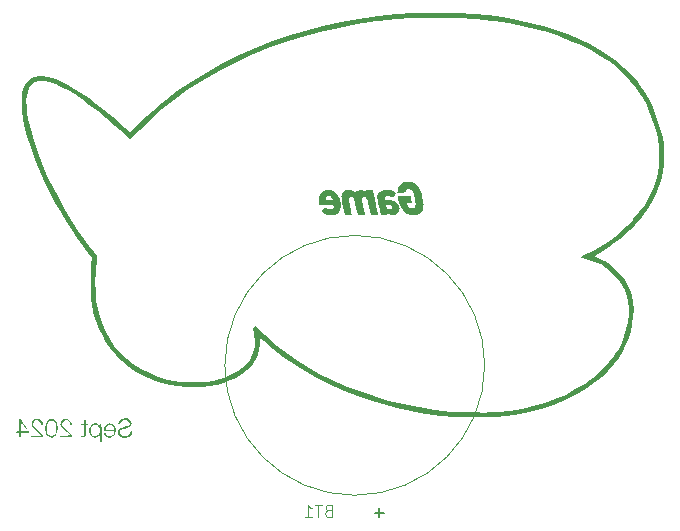
<source format=gbr>
G04 #@! TF.GenerationSoftware,KiCad,Pcbnew,8.0.4*
G04 #@! TF.CreationDate,2024-09-17T15:57:22+09:30*
G04 #@! TF.ProjectId,handheld game console,68616e64-6865-46c6-9420-67616d652063,0*
G04 #@! TF.SameCoordinates,Original*
G04 #@! TF.FileFunction,Legend,Bot*
G04 #@! TF.FilePolarity,Positive*
%FSLAX46Y46*%
G04 Gerber Fmt 4.6, Leading zero omitted, Abs format (unit mm)*
G04 Created by KiCad (PCBNEW 8.0.4) date 2024-09-17 15:57:22*
%MOMM*%
%LPD*%
G01*
G04 APERTURE LIST*
%ADD10C,0.100000*%
%ADD11C,0.150000*%
%ADD12C,0.000000*%
%ADD13O,1.700000X1.700000*%
%ADD14C,2.000000*%
%ADD15R,1.700000X1.700000*%
%ADD16C,1.600000*%
%ADD17O,1.600000X1.600000*%
%ADD18C,2.200000*%
G04 APERTURE END LIST*
D10*
X125224914Y-91212609D02*
X125082057Y-91260228D01*
X125082057Y-91260228D02*
X125034438Y-91307847D01*
X125034438Y-91307847D02*
X124986819Y-91403085D01*
X124986819Y-91403085D02*
X124986819Y-91545942D01*
X124986819Y-91545942D02*
X125034438Y-91641180D01*
X125034438Y-91641180D02*
X125082057Y-91688800D01*
X125082057Y-91688800D02*
X125177295Y-91736419D01*
X125177295Y-91736419D02*
X125558247Y-91736419D01*
X125558247Y-91736419D02*
X125558247Y-90736419D01*
X125558247Y-90736419D02*
X125224914Y-90736419D01*
X125224914Y-90736419D02*
X125129676Y-90784038D01*
X125129676Y-90784038D02*
X125082057Y-90831657D01*
X125082057Y-90831657D02*
X125034438Y-90926895D01*
X125034438Y-90926895D02*
X125034438Y-91022133D01*
X125034438Y-91022133D02*
X125082057Y-91117371D01*
X125082057Y-91117371D02*
X125129676Y-91164990D01*
X125129676Y-91164990D02*
X125224914Y-91212609D01*
X125224914Y-91212609D02*
X125558247Y-91212609D01*
X124701104Y-90736419D02*
X124129676Y-90736419D01*
X124415390Y-91736419D02*
X124415390Y-90736419D01*
X123272533Y-91736419D02*
X123843961Y-91736419D01*
X123558247Y-91736419D02*
X123558247Y-90736419D01*
X123558247Y-90736419D02*
X123653485Y-90879276D01*
X123653485Y-90879276D02*
X123748723Y-90974514D01*
X123748723Y-90974514D02*
X123843961Y-91022133D01*
D11*
X129573866Y-91050248D02*
X129573866Y-91812153D01*
X129954819Y-91431200D02*
X129192914Y-91431200D01*
D12*
G36*
X106066615Y-84658679D02*
G01*
X106069156Y-84868805D01*
X106070789Y-85075476D01*
X106069956Y-85225118D01*
X106065899Y-85326928D01*
X106057861Y-85390103D01*
X106045085Y-85423840D01*
X106026813Y-85437338D01*
X106002288Y-85439794D01*
X105980161Y-85438364D01*
X105951925Y-85422543D01*
X105936241Y-85377201D01*
X105929487Y-85287680D01*
X105928040Y-85139320D01*
X105928040Y-84838845D01*
X105841337Y-84920299D01*
X105809873Y-84947473D01*
X105654633Y-85029323D01*
X105487525Y-85049254D01*
X105325283Y-85010566D01*
X105184637Y-84916561D01*
X105082319Y-84770540D01*
X105068487Y-84736947D01*
X105027280Y-84589404D01*
X105010697Y-84447319D01*
X105012046Y-84412400D01*
X105015770Y-84389771D01*
X105161448Y-84389771D01*
X105166254Y-84561233D01*
X105208141Y-84721228D01*
X105212766Y-84731813D01*
X105270220Y-84825372D01*
X105334379Y-84885460D01*
X105343469Y-84890069D01*
X105474235Y-84922076D01*
X105619375Y-84913151D01*
X105739953Y-84865236D01*
X105742900Y-84863145D01*
X105841105Y-84753298D01*
X105901923Y-84604910D01*
X105924846Y-84438034D01*
X105909367Y-84272724D01*
X105854978Y-84129036D01*
X105761171Y-84027024D01*
X105735804Y-84012707D01*
X105605459Y-83976320D01*
X105458506Y-83974593D01*
X105334379Y-84009178D01*
X105333506Y-84009648D01*
X105248674Y-84093672D01*
X105190121Y-84227149D01*
X105161448Y-84389771D01*
X105015770Y-84389771D01*
X105036618Y-84263092D01*
X105082319Y-84124098D01*
X105125256Y-84043057D01*
X105203907Y-83957671D01*
X105325965Y-83890195D01*
X105335135Y-83886160D01*
X105449125Y-83843563D01*
X105537007Y-83834415D01*
X105633513Y-83854705D01*
X105646206Y-83858744D01*
X105756010Y-83909720D01*
X105839033Y-83972653D01*
X105909028Y-84049997D01*
X105929381Y-83963781D01*
X105954703Y-83908830D01*
X106003214Y-83877565D01*
X106014021Y-83880623D01*
X106029804Y-83904555D01*
X106041860Y-83959432D01*
X106050877Y-84053769D01*
X106057548Y-84196080D01*
X106062564Y-84394878D01*
X106063227Y-84438034D01*
X106066615Y-84658679D01*
G37*
G36*
X108224221Y-83432141D02*
G01*
X108379874Y-83490114D01*
X108474763Y-83565494D01*
X108564027Y-83696769D01*
X108598578Y-83842148D01*
X108575373Y-83984779D01*
X108491370Y-84107806D01*
X108461024Y-84129286D01*
X108360496Y-84178270D01*
X108220005Y-84231946D01*
X108060023Y-84282046D01*
X107970125Y-84308471D01*
X107823003Y-84357507D01*
X107708721Y-84402954D01*
X107646492Y-84437585D01*
X107628782Y-84455616D01*
X107582509Y-84557360D01*
X107593327Y-84673028D01*
X107655982Y-84783501D01*
X107765221Y-84869659D01*
X107775731Y-84874921D01*
X107931273Y-84920162D01*
X108094112Y-84918155D01*
X108248381Y-84875406D01*
X108378216Y-84798425D01*
X108467752Y-84693718D01*
X108501123Y-84567794D01*
X108515155Y-84507812D01*
X108574639Y-84484077D01*
X108612711Y-84494782D01*
X108646299Y-84554279D01*
X108640915Y-84652359D01*
X108595442Y-84773457D01*
X108579821Y-84802298D01*
X108505266Y-84901374D01*
X108403329Y-84968942D01*
X108250953Y-85021613D01*
X108105316Y-85047842D01*
X107910241Y-85044962D01*
X107731364Y-85002835D01*
X107586312Y-84926157D01*
X107492710Y-84819623D01*
X107492536Y-84819285D01*
X107451988Y-84701582D01*
X107435131Y-84574971D01*
X107438863Y-84519240D01*
X107480960Y-84402873D01*
X107575478Y-84307649D01*
X107729410Y-84227900D01*
X107949748Y-84157961D01*
X108001437Y-84144179D01*
X108150219Y-84101680D01*
X108272520Y-84062784D01*
X108345892Y-84034487D01*
X108368285Y-84021831D01*
X108441011Y-83940697D01*
X108457678Y-83838531D01*
X108422740Y-83731375D01*
X108340652Y-83635268D01*
X108215868Y-83566253D01*
X108099853Y-83539497D01*
X107928611Y-83551631D01*
X107782367Y-83625991D01*
X107674061Y-83758001D01*
X107667766Y-83769303D01*
X107607687Y-83846499D01*
X107543630Y-83892099D01*
X107492671Y-83897864D01*
X107471890Y-83855551D01*
X107478242Y-83809770D01*
X107530162Y-83695104D01*
X107619057Y-83582343D01*
X107726345Y-83497623D01*
X107851832Y-83446596D01*
X108038557Y-83417746D01*
X108224221Y-83432141D01*
G37*
G36*
X107268720Y-84480375D02*
G01*
X107238227Y-84661323D01*
X107165353Y-84823878D01*
X107051558Y-84953192D01*
X106898301Y-85034419D01*
X106862189Y-85043649D01*
X106695495Y-85049347D01*
X106533826Y-85004041D01*
X106398569Y-84916443D01*
X106311107Y-84795262D01*
X106279900Y-84718504D01*
X106263522Y-84658188D01*
X106280253Y-84634939D01*
X106332382Y-84631111D01*
X106375257Y-84640581D01*
X106405898Y-84681236D01*
X106406772Y-84688829D01*
X106438852Y-84751770D01*
X106502807Y-84828269D01*
X106579108Y-84886762D01*
X106719352Y-84929106D01*
X106864297Y-84905973D01*
X106996859Y-84817730D01*
X107019119Y-84794276D01*
X107079904Y-84714501D01*
X107104307Y-84655324D01*
X107106345Y-84627124D01*
X107126618Y-84542221D01*
X107128978Y-84534934D01*
X107124740Y-84512577D01*
X107091150Y-84497831D01*
X107017171Y-84489178D01*
X106891766Y-84485099D01*
X106703898Y-84484077D01*
X106258865Y-84484077D01*
X106258922Y-84364613D01*
X106258923Y-84363975D01*
X106275204Y-84279079D01*
X106405898Y-84279079D01*
X106405898Y-84373802D01*
X106770916Y-84373802D01*
X107135933Y-84373802D01*
X107102388Y-84254338D01*
X107099734Y-84245237D01*
X107025585Y-84102750D01*
X106914003Y-84009894D01*
X106780857Y-83971448D01*
X106642015Y-83992193D01*
X106513346Y-84076908D01*
X106507517Y-84082850D01*
X106434192Y-84184120D01*
X106405898Y-84279079D01*
X106275204Y-84279079D01*
X106290162Y-84201085D01*
X106371892Y-84042109D01*
X106487197Y-83919999D01*
X106568066Y-83878478D01*
X106719276Y-83848943D01*
X106877408Y-83858778D01*
X107009001Y-83908709D01*
X107091308Y-83975626D01*
X107196720Y-84122680D01*
X107255371Y-84295878D01*
X107261009Y-84373802D01*
X107268720Y-84480375D01*
G37*
G36*
X102356129Y-84360755D02*
G01*
X102320955Y-84609267D01*
X102243885Y-84807496D01*
X102126939Y-84950808D01*
X101972135Y-85034566D01*
X101843698Y-85054921D01*
X101670322Y-85024094D01*
X101514886Y-84929253D01*
X101389754Y-84775890D01*
X101363135Y-84718467D01*
X101322893Y-84560670D01*
X101301513Y-84366807D01*
X101300429Y-84239121D01*
X101443525Y-84239121D01*
X101443593Y-84264398D01*
X101452110Y-84472194D01*
X101477974Y-84626407D01*
X101525603Y-84744134D01*
X101599414Y-84842471D01*
X101627199Y-84868377D01*
X101745305Y-84923762D01*
X101876634Y-84922385D01*
X102003911Y-84870342D01*
X102109864Y-84773725D01*
X102177220Y-84638628D01*
X102187104Y-84596890D01*
X102208235Y-84428027D01*
X102213412Y-84230898D01*
X102202684Y-84038635D01*
X102176100Y-83884368D01*
X102165006Y-83848484D01*
X102084629Y-83698137D01*
X101971223Y-83604996D01*
X101834546Y-83574464D01*
X101684353Y-83611948D01*
X101661995Y-83623408D01*
X101560822Y-83706258D01*
X101493171Y-83830021D01*
X101455315Y-84004405D01*
X101443525Y-84239121D01*
X101300429Y-84239121D01*
X101299762Y-84160493D01*
X101318408Y-83965342D01*
X101358217Y-83804967D01*
X101401046Y-83711680D01*
X101519711Y-83563686D01*
X101672680Y-83477942D01*
X101851835Y-83457947D01*
X102049052Y-83507201D01*
X102140183Y-83563111D01*
X102247174Y-83699657D01*
X102318964Y-83898111D01*
X102354565Y-84156376D01*
X102355135Y-84230898D01*
X102356129Y-84360755D01*
G37*
G36*
X104644931Y-83528387D02*
G01*
X104689518Y-83540845D01*
X104710054Y-83588897D01*
X104715016Y-83691332D01*
X104715353Y-83733880D01*
X104723860Y-83815162D01*
X104753293Y-83852012D01*
X104816101Y-83865934D01*
X104884287Y-83886549D01*
X104917186Y-83932702D01*
X104893776Y-83972588D01*
X104816101Y-83999471D01*
X104715016Y-84011102D01*
X104715016Y-84466055D01*
X104714671Y-84607305D01*
X104711944Y-84754605D01*
X104704625Y-84851683D01*
X104690534Y-84912202D01*
X104667493Y-84949829D01*
X104633320Y-84978230D01*
X104546828Y-85021577D01*
X104450295Y-85036766D01*
X104376709Y-85016480D01*
X104347432Y-84961935D01*
X104348570Y-84942958D01*
X104376990Y-84899972D01*
X104457707Y-84888419D01*
X104567982Y-84888419D01*
X104567982Y-84447319D01*
X104567982Y-84006219D01*
X104457707Y-84006219D01*
X104429241Y-84005461D01*
X104364762Y-83986514D01*
X104347432Y-83932702D01*
X104348570Y-83913725D01*
X104376990Y-83870739D01*
X104457707Y-83859186D01*
X104499310Y-83858251D01*
X104546328Y-83843663D01*
X104564786Y-83795488D01*
X104567982Y-83693773D01*
X104568010Y-83681890D01*
X104573832Y-83584124D01*
X104595557Y-83539184D01*
X104641499Y-83528361D01*
X104644931Y-83528387D01*
G37*
G36*
X103206454Y-83477650D02*
G01*
X103311222Y-83527120D01*
X103315492Y-83529846D01*
X103403890Y-83608372D01*
X103473807Y-83708696D01*
X103520072Y-83814730D01*
X103537512Y-83910388D01*
X103520956Y-83979580D01*
X103465233Y-84006219D01*
X103451328Y-84005636D01*
X103404510Y-83979376D01*
X103391716Y-83900901D01*
X103364699Y-83774317D01*
X103283352Y-83665633D01*
X103164235Y-83597294D01*
X103024171Y-83578580D01*
X102879986Y-83618764D01*
X102780293Y-83696357D01*
X102713821Y-83824460D01*
X102712978Y-83975340D01*
X102744582Y-84044500D01*
X102844787Y-84164359D01*
X103010555Y-84314199D01*
X103241268Y-84493412D01*
X103245627Y-84496632D01*
X103407812Y-84635382D01*
X103509552Y-84770821D01*
X103561513Y-84917056D01*
X103585125Y-85037589D01*
X103075346Y-85027331D01*
X102943869Y-85024371D01*
X102777681Y-85018531D01*
X102666870Y-85010157D01*
X102600109Y-84997656D01*
X102566077Y-84979433D01*
X102553447Y-84953897D01*
X102552105Y-84942486D01*
X102561487Y-84919106D01*
X102598541Y-84903135D01*
X102674730Y-84892642D01*
X102801514Y-84885700D01*
X102990353Y-84880380D01*
X103439378Y-84870040D01*
X103334122Y-84745059D01*
X103279844Y-84688437D01*
X103164115Y-84588684D01*
X103039316Y-84498826D01*
X102925414Y-84421406D01*
X102737992Y-84261210D01*
X102620448Y-84102284D01*
X102570520Y-83941005D01*
X102585940Y-83773750D01*
X102595746Y-83741919D01*
X102678584Y-83597391D01*
X102811339Y-83505666D01*
X102996281Y-83465035D01*
X103087111Y-83461628D01*
X103206454Y-83477650D01*
G37*
G36*
X100736782Y-83480252D02*
G01*
X100897438Y-83555720D01*
X101009212Y-83682264D01*
X101065128Y-83853429D01*
X101068262Y-83877545D01*
X101073593Y-83962243D01*
X101055762Y-83998528D01*
X101007265Y-84006219D01*
X100987381Y-84005238D01*
X100941075Y-83978636D01*
X100928909Y-83900901D01*
X100928338Y-83884655D01*
X100888623Y-83757028D01*
X100801182Y-83648438D01*
X100686860Y-83586000D01*
X100610240Y-83578616D01*
X100485696Y-83598849D01*
X100373380Y-83646892D01*
X100303735Y-83712680D01*
X100298185Y-83723756D01*
X100268385Y-83857979D01*
X100284683Y-84005692D01*
X100343563Y-84130068D01*
X100381382Y-84171548D01*
X100479082Y-84258513D01*
X100591681Y-84342525D01*
X100805321Y-84501907D01*
X100974018Y-84666319D01*
X101077512Y-84820627D01*
X101112700Y-84961147D01*
X101112617Y-84969007D01*
X101107431Y-84997041D01*
X101085900Y-85015752D01*
X101036593Y-85026635D01*
X100948083Y-85031190D01*
X100808938Y-85030912D01*
X100607730Y-85027300D01*
X100472875Y-85024240D01*
X100309357Y-85018405D01*
X100200788Y-85009987D01*
X100135732Y-84997336D01*
X100102754Y-84978805D01*
X100090418Y-84952746D01*
X100088864Y-84939486D01*
X100098088Y-84916487D01*
X100134395Y-84901612D01*
X100209391Y-84893129D01*
X100334681Y-84889308D01*
X100521872Y-84888419D01*
X100528625Y-84888417D01*
X100698588Y-84886782D01*
X100837524Y-84882541D01*
X100931271Y-84876320D01*
X100965667Y-84868746D01*
X100950885Y-84822556D01*
X100882511Y-84734167D01*
X100769061Y-84630939D01*
X100622234Y-84524596D01*
X100490584Y-84435247D01*
X100328892Y-84307004D01*
X100220770Y-84188197D01*
X100157105Y-84067948D01*
X100128789Y-83935379D01*
X100129998Y-83804060D01*
X100181879Y-83646754D01*
X100288451Y-83534403D01*
X100444383Y-83471882D01*
X100644344Y-83464064D01*
X100736782Y-83480252D01*
G37*
G36*
X99919309Y-84525716D02*
G01*
X99932963Y-84558601D01*
X99936434Y-84580934D01*
X99936316Y-84583449D01*
X99916762Y-84606512D01*
X99856200Y-84621161D01*
X99743829Y-84628869D01*
X99568851Y-84631111D01*
X99201267Y-84631111D01*
X99201267Y-84835977D01*
X99200660Y-84899575D01*
X99193477Y-84987717D01*
X99173978Y-85025516D01*
X99136940Y-85028614D01*
X99099457Y-85007280D01*
X99074450Y-84944076D01*
X99061503Y-84823747D01*
X99054356Y-84726015D01*
X99038981Y-84660965D01*
X99005363Y-84635493D01*
X98942038Y-84631111D01*
X98866468Y-84619802D01*
X98833684Y-84575973D01*
X98856146Y-84537401D01*
X98942950Y-84520836D01*
X99052216Y-84520836D01*
X99062414Y-83997489D01*
X99063615Y-83940393D01*
X99201070Y-83940393D01*
X99201267Y-84108617D01*
X99201267Y-84520836D01*
X99498076Y-84520836D01*
X99794884Y-84520836D01*
X99547947Y-84162442D01*
X99494992Y-84085434D01*
X99379917Y-83919027D01*
X99299532Y-83810795D01*
X99247646Y-83759776D01*
X99218068Y-83765011D01*
X99204607Y-83825537D01*
X99201070Y-83940393D01*
X99063615Y-83940393D01*
X99063966Y-83923679D01*
X99071659Y-83707475D01*
X99086252Y-83561418D01*
X99112351Y-83482883D01*
X99154562Y-83469247D01*
X99217490Y-83517883D01*
X99305740Y-83626169D01*
X99423918Y-83791478D01*
X99528194Y-83941000D01*
X99665664Y-84138938D01*
X99768651Y-84288892D01*
X99842014Y-84398348D01*
X99890613Y-84474794D01*
X99916559Y-84520836D01*
X99919309Y-84525716D01*
G37*
G36*
X153688390Y-61516483D02*
G01*
X153671312Y-61860050D01*
X153644827Y-62171756D01*
X153609243Y-62432069D01*
X153480167Y-63045163D01*
X153270459Y-63758795D01*
X152999893Y-64445424D01*
X152665946Y-65109977D01*
X152266092Y-65757380D01*
X151797808Y-66392561D01*
X151258570Y-67020447D01*
X151205465Y-67077592D01*
X150830275Y-67454184D01*
X150405223Y-67840720D01*
X149945477Y-68225386D01*
X149466203Y-68596371D01*
X148982570Y-68941865D01*
X148509743Y-69250055D01*
X148062890Y-69509129D01*
X148021589Y-69531557D01*
X147906918Y-69596460D01*
X147826790Y-69645856D01*
X147796512Y-69670474D01*
X147797282Y-69672282D01*
X147837515Y-69697449D01*
X147926724Y-69740144D01*
X148048087Y-69792227D01*
X148120158Y-69823712D01*
X148285915Y-69904173D01*
X148470364Y-70001338D01*
X148645290Y-70100633D01*
X148648986Y-70102831D01*
X149170368Y-70449907D01*
X149634288Y-70835603D01*
X150038400Y-71257169D01*
X150380361Y-71711854D01*
X150657827Y-72196907D01*
X150868453Y-72709577D01*
X150965702Y-73044044D01*
X151068625Y-73601017D01*
X151109784Y-74188844D01*
X151089440Y-74802412D01*
X151007854Y-75436611D01*
X150865287Y-76086328D01*
X150662001Y-76746451D01*
X150497443Y-77159881D01*
X150208063Y-77730141D01*
X149850887Y-78292497D01*
X149429237Y-78843056D01*
X148946430Y-79377923D01*
X148405788Y-79893203D01*
X147810631Y-80385001D01*
X147164278Y-80849424D01*
X147150902Y-80858374D01*
X146321870Y-81368316D01*
X145447280Y-81820940D01*
X144527904Y-82216006D01*
X143564513Y-82553270D01*
X142557877Y-82832492D01*
X141508769Y-83053429D01*
X140417958Y-83215840D01*
X139286217Y-83319483D01*
X139164509Y-83325208D01*
X138960316Y-83330643D01*
X138705078Y-83334511D01*
X138411073Y-83336859D01*
X138090583Y-83337737D01*
X137755888Y-83337194D01*
X137419268Y-83335280D01*
X137093004Y-83332044D01*
X136789376Y-83327535D01*
X136520665Y-83321802D01*
X136299151Y-83314894D01*
X136137115Y-83306861D01*
X136016110Y-83298511D01*
X134763714Y-83182642D01*
X133516838Y-83014467D01*
X132279957Y-82795754D01*
X131057543Y-82528269D01*
X129854070Y-82213780D01*
X128674013Y-81854052D01*
X127521845Y-81450853D01*
X126402039Y-81005950D01*
X125319069Y-80521110D01*
X124277408Y-79998100D01*
X123281531Y-79438686D01*
X122335911Y-78844636D01*
X121445022Y-78217715D01*
X120613337Y-77559692D01*
X119845330Y-76872334D01*
X119455102Y-76499761D01*
X119454845Y-76935552D01*
X119448629Y-77161342D01*
X119394045Y-77609539D01*
X119280247Y-78024323D01*
X119103665Y-78414438D01*
X118860726Y-78788627D01*
X118547859Y-79155631D01*
X118357082Y-79342097D01*
X117943007Y-79673558D01*
X117475525Y-79964554D01*
X116960544Y-80214070D01*
X116403976Y-80421088D01*
X115811730Y-80584592D01*
X115189717Y-80703567D01*
X114543846Y-80776996D01*
X113880028Y-80803862D01*
X113204172Y-80783150D01*
X112522190Y-80713843D01*
X111839990Y-80594926D01*
X111163484Y-80425381D01*
X111156157Y-80423248D01*
X110396310Y-80166337D01*
X109676865Y-79851072D01*
X109000319Y-79479312D01*
X108369165Y-79052916D01*
X107785901Y-78573743D01*
X107253019Y-78043652D01*
X106773017Y-77464503D01*
X106348390Y-76838153D01*
X106149769Y-76490470D01*
X105842762Y-75844777D01*
X105584705Y-75148741D01*
X105377030Y-74406451D01*
X105221171Y-73621993D01*
X105198480Y-73474584D01*
X105178719Y-73324737D01*
X105163723Y-73175404D01*
X105152858Y-73014246D01*
X105145490Y-72828927D01*
X105140985Y-72607109D01*
X105138709Y-72336454D01*
X105138027Y-72004627D01*
X105138070Y-71909807D01*
X105139894Y-71550554D01*
X105144765Y-71248953D01*
X105153209Y-70992209D01*
X105165747Y-70767522D01*
X105182905Y-70562096D01*
X105205205Y-70363134D01*
X105272674Y-69824390D01*
X105044546Y-69554451D01*
X104921647Y-69407038D01*
X104460207Y-68819947D01*
X103990822Y-68172348D01*
X103518912Y-67473287D01*
X103049902Y-66731809D01*
X102589214Y-65956961D01*
X102142272Y-65157787D01*
X101714498Y-64343334D01*
X101311314Y-63522647D01*
X100938145Y-62704772D01*
X100784114Y-62347513D01*
X100449885Y-61526992D01*
X100156528Y-60738687D01*
X99904565Y-59985105D01*
X99694516Y-59268752D01*
X99526902Y-58592135D01*
X99402246Y-57957760D01*
X99321067Y-57368133D01*
X99283888Y-56825761D01*
X99287819Y-56561930D01*
X99698273Y-56561930D01*
X99709780Y-57018521D01*
X99759336Y-57521082D01*
X99846455Y-58066822D01*
X99970651Y-58652952D01*
X100131436Y-59276684D01*
X100328326Y-59935226D01*
X100560833Y-60625790D01*
X100828472Y-61345587D01*
X101130757Y-62091827D01*
X101467200Y-62861719D01*
X101552725Y-63048951D01*
X101930882Y-63839673D01*
X102334461Y-64628197D01*
X102758176Y-65405852D01*
X103196744Y-66163969D01*
X103644878Y-66893877D01*
X104097294Y-67586906D01*
X104548706Y-68234388D01*
X104993829Y-68827652D01*
X105427379Y-69358028D01*
X105711491Y-69688853D01*
X105690694Y-69872645D01*
X105690496Y-69874387D01*
X105677512Y-69984086D01*
X105657809Y-70144865D01*
X105634028Y-70335382D01*
X105608812Y-70534294D01*
X105601418Y-70595444D01*
X105573067Y-70913520D01*
X105554047Y-71278470D01*
X105544238Y-71673165D01*
X105543522Y-72080477D01*
X105551782Y-72483279D01*
X105568899Y-72864442D01*
X105594755Y-73206838D01*
X105629232Y-73493339D01*
X105749808Y-74151516D01*
X105928964Y-74852167D01*
X106155501Y-75506873D01*
X106432589Y-76123511D01*
X106763400Y-76709960D01*
X107151107Y-77274101D01*
X107229886Y-77376877D01*
X107685620Y-77901115D01*
X108196071Y-78381663D01*
X108755921Y-78816247D01*
X109359851Y-79202590D01*
X110002542Y-79538417D01*
X110678678Y-79821452D01*
X111382939Y-80049419D01*
X112110006Y-80220043D01*
X112854563Y-80331049D01*
X113611290Y-80380160D01*
X114374869Y-80365100D01*
X114886245Y-80318562D01*
X115510145Y-80219274D01*
X116094926Y-80077327D01*
X116637245Y-79894702D01*
X117133762Y-79673382D01*
X117581132Y-79415348D01*
X117976015Y-79122583D01*
X118315067Y-78797068D01*
X118594947Y-78440786D01*
X118812311Y-78055718D01*
X118963819Y-77643847D01*
X118969407Y-77622920D01*
X119014574Y-77362992D01*
X119032003Y-77059450D01*
X119023054Y-76734130D01*
X118989092Y-76408869D01*
X118931480Y-76105504D01*
X118851580Y-75845872D01*
X118849557Y-75823555D01*
X118890886Y-75766955D01*
X118998588Y-75695543D01*
X119167267Y-75600351D01*
X119816612Y-76250763D01*
X119897182Y-76330909D01*
X120113952Y-76542011D01*
X120337902Y-76754520D01*
X120554454Y-76954879D01*
X120749032Y-77129529D01*
X120907056Y-77264912D01*
X121464941Y-77707622D01*
X122410153Y-78387378D01*
X123411679Y-79026597D01*
X124465447Y-79623737D01*
X125567389Y-80177254D01*
X126713434Y-80685602D01*
X127899512Y-81147240D01*
X129121553Y-81560621D01*
X130375488Y-81924204D01*
X131657247Y-82236443D01*
X132962759Y-82495794D01*
X134287955Y-82700715D01*
X135628764Y-82849660D01*
X135694194Y-82855033D01*
X135912591Y-82868905D01*
X136184768Y-82881907D01*
X136498003Y-82893781D01*
X136839575Y-82904268D01*
X137196761Y-82913111D01*
X137556842Y-82920051D01*
X137907094Y-82924830D01*
X138234796Y-82927190D01*
X138527228Y-82926873D01*
X138771667Y-82923620D01*
X138955392Y-82917174D01*
X139517227Y-82879832D01*
X140602884Y-82766650D01*
X141639323Y-82601503D01*
X142629188Y-82383585D01*
X143575124Y-82112092D01*
X144479775Y-81786217D01*
X145345786Y-81405153D01*
X146175801Y-80968097D01*
X146972465Y-80474241D01*
X147124940Y-80370097D01*
X147651854Y-79977217D01*
X148155096Y-79551433D01*
X148625018Y-79102380D01*
X149051972Y-78639694D01*
X149426311Y-78173010D01*
X149738384Y-77711964D01*
X149832947Y-77550781D01*
X150101306Y-77012967D01*
X150324355Y-76436873D01*
X150498277Y-75837250D01*
X150619256Y-75228848D01*
X150683477Y-74626419D01*
X150687123Y-74044714D01*
X150642978Y-73572304D01*
X150537770Y-73054672D01*
X150372366Y-72573843D01*
X150143932Y-72123312D01*
X149849638Y-71696571D01*
X149486651Y-71287117D01*
X149126383Y-70952019D01*
X148733980Y-70651094D01*
X148312861Y-70392791D01*
X147852506Y-70171411D01*
X147342397Y-69981257D01*
X146772014Y-69816630D01*
X146723691Y-69803195D01*
X146650957Y-69776341D01*
X146630617Y-69757381D01*
X146632421Y-69755968D01*
X146679787Y-69730491D01*
X146778907Y-69681885D01*
X146916565Y-69616527D01*
X147079544Y-69540794D01*
X147657548Y-69251663D01*
X148280664Y-68891778D01*
X148898761Y-68487836D01*
X149498189Y-68049843D01*
X150065296Y-67587808D01*
X150586433Y-67111737D01*
X151047947Y-66631637D01*
X151090251Y-66583969D01*
X151601630Y-65961384D01*
X152042339Y-65330917D01*
X152414977Y-64687620D01*
X152722146Y-64026543D01*
X152966447Y-63342738D01*
X153150482Y-62631255D01*
X153162218Y-62575810D01*
X153190599Y-62435504D01*
X153212285Y-62310901D01*
X153228162Y-62189256D01*
X153239118Y-62057823D01*
X153246037Y-61903856D01*
X153249806Y-61714610D01*
X153251312Y-61477341D01*
X153251441Y-61179302D01*
X153251418Y-61153343D01*
X153250630Y-60857162D01*
X153248309Y-60620321D01*
X153243572Y-60429668D01*
X153235536Y-60272053D01*
X153223318Y-60134326D01*
X153206037Y-60003337D01*
X153182808Y-59865934D01*
X153152750Y-59708969D01*
X152996909Y-59041331D01*
X152779304Y-58323856D01*
X152514257Y-57612198D01*
X152208384Y-56922517D01*
X151868301Y-56270975D01*
X151500627Y-55673733D01*
X151316578Y-55411404D01*
X150838815Y-54817546D01*
X150294807Y-54249487D01*
X149686728Y-53708208D01*
X149016752Y-53194690D01*
X148287051Y-52709917D01*
X147499801Y-52254869D01*
X146657174Y-51830528D01*
X145761345Y-51437876D01*
X144814487Y-51077894D01*
X143818775Y-50751566D01*
X142776381Y-50459871D01*
X141689479Y-50203793D01*
X140560244Y-49984312D01*
X139390849Y-49802411D01*
X138183467Y-49659072D01*
X138083508Y-49649034D01*
X137762017Y-49617753D01*
X137469573Y-49591415D01*
X137195921Y-49569606D01*
X136930805Y-49551913D01*
X136663970Y-49537922D01*
X136385158Y-49527218D01*
X136084114Y-49519389D01*
X135750582Y-49514019D01*
X135374306Y-49510696D01*
X134945030Y-49509006D01*
X134452498Y-49508535D01*
X134156205Y-49508678D01*
X133700879Y-49509778D01*
X133302052Y-49512351D01*
X132948981Y-49516853D01*
X132630925Y-49523739D01*
X132337140Y-49533466D01*
X132056886Y-49546488D01*
X131779420Y-49563262D01*
X131494000Y-49584244D01*
X131189885Y-49609889D01*
X130856331Y-49640654D01*
X130482599Y-49676993D01*
X129275280Y-49814413D01*
X127689946Y-50050133D01*
X126122167Y-50346024D01*
X124576589Y-50700699D01*
X123057859Y-51112775D01*
X121570622Y-51580866D01*
X120119526Y-52103586D01*
X118709217Y-52679551D01*
X117344341Y-53307375D01*
X116029545Y-53985674D01*
X115585835Y-54232010D01*
X114407262Y-54930309D01*
X113288631Y-55660863D01*
X112223349Y-56428572D01*
X111204825Y-57238339D01*
X110226465Y-58095067D01*
X109281679Y-59003657D01*
X108500006Y-59790337D01*
X108251882Y-59556672D01*
X108159677Y-59471321D01*
X108013699Y-59338854D01*
X107839065Y-59182302D01*
X107650176Y-59014565D01*
X107461432Y-58848545D01*
X107211598Y-58631341D01*
X106449597Y-57986803D01*
X105724138Y-57401182D01*
X105035695Y-56874798D01*
X104384740Y-56407970D01*
X103771749Y-56001015D01*
X103197193Y-55654253D01*
X102661547Y-55368002D01*
X102165285Y-55142580D01*
X101708879Y-54978307D01*
X101663633Y-54964693D01*
X101501464Y-54922071D01*
X101349686Y-54895933D01*
X101180389Y-54882513D01*
X100965667Y-54878046D01*
X100894868Y-54878076D01*
X100676177Y-54886617D01*
X100507591Y-54912883D01*
X100371281Y-54962789D01*
X100249416Y-55042249D01*
X100124166Y-55157178D01*
X100042461Y-55251048D01*
X99896910Y-55495867D01*
X99791352Y-55797814D01*
X99725302Y-56154098D01*
X99698273Y-56561930D01*
X99287819Y-56561930D01*
X99291228Y-56333149D01*
X99343610Y-55892805D01*
X99441555Y-55507235D01*
X99496422Y-55362313D01*
X99656998Y-55063034D01*
X99860863Y-54822097D01*
X100106778Y-54639677D01*
X100393502Y-54515951D01*
X100719795Y-54451095D01*
X101084418Y-54445285D01*
X101486130Y-54498696D01*
X101923691Y-54611507D01*
X102395860Y-54783891D01*
X102901398Y-55016025D01*
X103217548Y-55182215D01*
X103761940Y-55498779D01*
X104343869Y-55872151D01*
X104960453Y-56300232D01*
X105608809Y-56780926D01*
X106286053Y-57312137D01*
X106989304Y-57891767D01*
X107715677Y-58517720D01*
X107716806Y-58518714D01*
X107892844Y-58673362D01*
X108058096Y-58818108D01*
X108201476Y-58943272D01*
X108311893Y-59039173D01*
X108378259Y-59096131D01*
X108501579Y-59200081D01*
X108864045Y-58820444D01*
X108993668Y-58686452D01*
X109419635Y-58266133D01*
X109894094Y-57824177D01*
X110405144Y-57370975D01*
X110940885Y-56916922D01*
X111489416Y-56472410D01*
X112038837Y-56047831D01*
X112474905Y-55725866D01*
X113658395Y-54912648D01*
X114894766Y-54147235D01*
X116180951Y-53430729D01*
X117513881Y-52764233D01*
X118890488Y-52148849D01*
X120307703Y-51585678D01*
X121762458Y-51075824D01*
X123251685Y-50620388D01*
X124772314Y-50220472D01*
X126321278Y-49877180D01*
X127895507Y-49591612D01*
X129491934Y-49364873D01*
X131107490Y-49198062D01*
X132365787Y-49111806D01*
X133695671Y-49063247D01*
X135008532Y-49058953D01*
X136301152Y-49098224D01*
X137570313Y-49180363D01*
X138812797Y-49304670D01*
X140025386Y-49470448D01*
X141204863Y-49676998D01*
X142348008Y-49923620D01*
X143451604Y-50209618D01*
X144512434Y-50534291D01*
X145527278Y-50896942D01*
X146492920Y-51296872D01*
X147406141Y-51733383D01*
X148263722Y-52205776D01*
X149062447Y-52713352D01*
X149799097Y-53255414D01*
X150048395Y-53463106D01*
X150333726Y-53719448D01*
X150625253Y-53997676D01*
X150906502Y-54281596D01*
X151160996Y-54555013D01*
X151372260Y-54801733D01*
X151582178Y-55072935D01*
X152004398Y-55692841D01*
X152391760Y-56364884D01*
X152739686Y-57078336D01*
X153043603Y-57822470D01*
X153298934Y-58586558D01*
X153501105Y-59359874D01*
X153645539Y-60131689D01*
X153656468Y-60214224D01*
X153680100Y-60489926D01*
X153693092Y-60811890D01*
X153695753Y-61160587D01*
X153695366Y-61179302D01*
X153688390Y-61516483D01*
G37*
G36*
X132153801Y-63398148D02*
G01*
X132367425Y-63445729D01*
X132545429Y-63518268D01*
X132753269Y-63659985D01*
X132929261Y-63842708D01*
X133053093Y-64048581D01*
X133053709Y-64050016D01*
X133110677Y-64209838D01*
X133169849Y-64421957D01*
X133226428Y-64665727D01*
X133275617Y-64920502D01*
X133312619Y-65165635D01*
X133321123Y-65247967D01*
X133316892Y-65530727D01*
X133255735Y-65768600D01*
X133138288Y-65960438D01*
X132965191Y-66105095D01*
X132737080Y-66201423D01*
X132632983Y-66222983D01*
X132416165Y-66235118D01*
X132194884Y-66213853D01*
X132005052Y-66161162D01*
X131943428Y-66132959D01*
X131725271Y-65984968D01*
X131542376Y-65775793D01*
X131394054Y-65504246D01*
X131279615Y-65169137D01*
X131198370Y-64769277D01*
X131172349Y-64595754D01*
X131698659Y-64605979D01*
X132224969Y-64616205D01*
X132270475Y-64855134D01*
X132286448Y-64938623D01*
X132308021Y-65064536D01*
X132309425Y-65138399D01*
X132285070Y-65174039D01*
X132229366Y-65185283D01*
X132136723Y-65185959D01*
X132016771Y-65194134D01*
X131959369Y-65226526D01*
X131959234Y-65294635D01*
X132009854Y-65409959D01*
X132089803Y-65519110D01*
X132209798Y-65607429D01*
X132343392Y-65652626D01*
X132472196Y-65648863D01*
X132577823Y-65590300D01*
X132587105Y-65580085D01*
X132635580Y-65468967D01*
X132650561Y-65294377D01*
X132632044Y-65058053D01*
X132580023Y-64761729D01*
X132552216Y-64635964D01*
X132491993Y-64408713D01*
X132429704Y-64240995D01*
X132361390Y-64123265D01*
X132283091Y-64045977D01*
X132161705Y-63988801D01*
X132031900Y-63979770D01*
X131917837Y-64017932D01*
X131836757Y-64097295D01*
X131805898Y-64211863D01*
X131805806Y-64227670D01*
X131800335Y-64264697D01*
X131776376Y-64287206D01*
X131720170Y-64298811D01*
X131617962Y-64303124D01*
X131455994Y-64303759D01*
X131106090Y-64303759D01*
X131127243Y-64202674D01*
X131186133Y-63971868D01*
X131269285Y-63770016D01*
X131377463Y-63621356D01*
X131518510Y-63515476D01*
X131700270Y-63441964D01*
X131781608Y-63419723D01*
X131969496Y-63389541D01*
X132153801Y-63398148D01*
G37*
G36*
X126302240Y-65159956D02*
G01*
X126328909Y-65453209D01*
X126327479Y-65507378D01*
X126283406Y-65743292D01*
X126181383Y-65941467D01*
X126026369Y-66094624D01*
X125823322Y-66195485D01*
X125689746Y-66225731D01*
X125444325Y-66233760D01*
X125187739Y-66193539D01*
X124943128Y-66109513D01*
X124733634Y-65986128D01*
X124717221Y-65972992D01*
X124693422Y-65942201D01*
X124698871Y-65901742D01*
X124738866Y-65835496D01*
X124818707Y-65727346D01*
X124973585Y-65522212D01*
X125105001Y-65611393D01*
X125230962Y-65674912D01*
X125405890Y-65700012D01*
X125478626Y-65698391D01*
X125581835Y-65682919D01*
X125647296Y-65642116D01*
X125698514Y-65565148D01*
X125708121Y-65546776D01*
X125737884Y-65482303D01*
X125744492Y-65435755D01*
X125719551Y-65404212D01*
X125654668Y-65384758D01*
X125541449Y-65374475D01*
X125371502Y-65370445D01*
X125136432Y-65369750D01*
X125097508Y-65369702D01*
X124853990Y-65366619D01*
X124671882Y-65358910D01*
X124555186Y-65346826D01*
X124507902Y-65330614D01*
X124506366Y-65327967D01*
X124485099Y-65251222D01*
X124470447Y-65125335D01*
X124462977Y-64973015D01*
X124463246Y-64821001D01*
X125042367Y-64821001D01*
X125042367Y-64928650D01*
X125336434Y-64928650D01*
X125377997Y-64928448D01*
X125506679Y-64924895D01*
X125596646Y-64917829D01*
X125630500Y-64908446D01*
X125617744Y-64861164D01*
X125570349Y-64774057D01*
X125507138Y-64688571D01*
X125448745Y-64635673D01*
X125428568Y-64626052D01*
X125309974Y-64599992D01*
X125189145Y-64610486D01*
X125100130Y-64655589D01*
X125061490Y-64722034D01*
X125042367Y-64821001D01*
X124463246Y-64821001D01*
X124463253Y-64816969D01*
X124471843Y-64679908D01*
X124489312Y-64584539D01*
X124536331Y-64473873D01*
X124663025Y-64303336D01*
X124831315Y-64179055D01*
X125029457Y-64103193D01*
X125245710Y-64077915D01*
X125468330Y-64105385D01*
X125685574Y-64187766D01*
X125885699Y-64327222D01*
X125958437Y-64400636D01*
X126109976Y-64615815D01*
X126226920Y-64874874D01*
X126235790Y-64908446D01*
X126302240Y-65159956D01*
G37*
G36*
X131291282Y-65655849D02*
G01*
X131284519Y-65727638D01*
X131231200Y-65889033D01*
X131138592Y-66037543D01*
X131023301Y-66142980D01*
X130889883Y-66195267D01*
X130711446Y-66216175D01*
X130531348Y-66198431D01*
X130381513Y-66142078D01*
X130346348Y-66120741D01*
X130287146Y-66089511D01*
X130265231Y-66096662D01*
X130262049Y-66142215D01*
X130261221Y-66159300D01*
X130247337Y-66189401D01*
X130204658Y-66206239D01*
X130118286Y-66213581D01*
X129973321Y-66215192D01*
X129684593Y-66215192D01*
X129530539Y-65444253D01*
X129527238Y-65427304D01*
X130151774Y-65427304D01*
X130157692Y-65476739D01*
X130218509Y-65591431D01*
X130334830Y-65681815D01*
X130454604Y-65726798D01*
X130566394Y-65726456D01*
X130639924Y-65672240D01*
X130666390Y-65567195D01*
X130663195Y-65526393D01*
X130617888Y-65437477D01*
X130515439Y-65386209D01*
X130351319Y-65369750D01*
X130343058Y-65369762D01*
X130226867Y-65375018D01*
X130168067Y-65392768D01*
X130151774Y-65427304D01*
X129527238Y-65427304D01*
X129475765Y-65163040D01*
X129435274Y-64930550D01*
X129412014Y-64750095D01*
X129406274Y-64611688D01*
X129418344Y-64505341D01*
X129448513Y-64421069D01*
X129497071Y-64348883D01*
X129564307Y-64278797D01*
X129641341Y-64214803D01*
X129779771Y-64141036D01*
X129950511Y-64100122D01*
X130172671Y-64086005D01*
X130319332Y-64090882D01*
X130545902Y-64124339D01*
X130740116Y-64185044D01*
X130882417Y-64267982D01*
X130969789Y-64341479D01*
X130872469Y-64478842D01*
X130810720Y-64566322D01*
X130740530Y-64662450D01*
X130692834Y-64713114D01*
X130654235Y-64726408D01*
X130611341Y-64710428D01*
X130550755Y-64673268D01*
X130538067Y-64665911D01*
X130417995Y-64620208D01*
X130284796Y-64599781D01*
X130165118Y-64606425D01*
X130085609Y-64641935D01*
X130084624Y-64642951D01*
X130054133Y-64709944D01*
X130041499Y-64807348D01*
X130041499Y-64928650D01*
X130328894Y-64928650D01*
X130554385Y-64940547D01*
X130817470Y-64995834D01*
X131023526Y-65095631D01*
X131171730Y-65239314D01*
X131261257Y-65426261D01*
X131279688Y-65567195D01*
X131291282Y-65655849D01*
G37*
G36*
X127160854Y-64096046D02*
G01*
X127373575Y-64171768D01*
X127548502Y-64260327D01*
X127679001Y-64171768D01*
X127746649Y-64133951D01*
X127927511Y-64086248D01*
X128124707Y-64093917D01*
X128315322Y-64157473D01*
X128460891Y-64231736D01*
X128460891Y-64157473D01*
X128461301Y-64144193D01*
X128472943Y-64111276D01*
X128512133Y-64092911D01*
X128594184Y-64084942D01*
X128734409Y-64083209D01*
X128754697Y-64083305D01*
X128886511Y-64088874D01*
X128984808Y-64101324D01*
X129029602Y-64118279D01*
X129036214Y-64140371D01*
X129056277Y-64225683D01*
X129086710Y-64364025D01*
X129125203Y-64544131D01*
X129169448Y-64754736D01*
X129217134Y-64984575D01*
X129265954Y-65222383D01*
X129313598Y-65456894D01*
X129357757Y-65676845D01*
X129396122Y-65870969D01*
X129426385Y-66028001D01*
X129446236Y-66136677D01*
X129453366Y-66185731D01*
X129448730Y-66190827D01*
X129392508Y-66203276D01*
X129285926Y-66211941D01*
X129145999Y-66215192D01*
X128838632Y-66215192D01*
X128698146Y-65508360D01*
X128681253Y-65424062D01*
X128626511Y-65165528D01*
X128578067Y-64969211D01*
X128532190Y-64826931D01*
X128485153Y-64730509D01*
X128433224Y-64671764D01*
X128372674Y-64642515D01*
X128299775Y-64634584D01*
X128206223Y-64657200D01*
X128125634Y-64723219D01*
X128093958Y-64811811D01*
X128099270Y-64854893D01*
X128117062Y-64961202D01*
X128145097Y-65115566D01*
X128181020Y-65305066D01*
X128222476Y-65516783D01*
X128259190Y-65702618D01*
X128295637Y-65889700D01*
X128324538Y-66040950D01*
X128343588Y-66144285D01*
X128350481Y-66187623D01*
X128345689Y-66192473D01*
X128289099Y-66204084D01*
X128182208Y-66212162D01*
X128041984Y-66215192D01*
X127733351Y-66215192D01*
X127614172Y-65581111D01*
X127612639Y-65572958D01*
X127559696Y-65299057D01*
X127514957Y-65088461D01*
X127475375Y-64932075D01*
X127437899Y-64820806D01*
X127399481Y-64745560D01*
X127357073Y-64697242D01*
X127307625Y-64666759D01*
X127268108Y-64652238D01*
X127154467Y-64644101D01*
X127059927Y-64680561D01*
X127008364Y-64754608D01*
X127007850Y-64801720D01*
X127019794Y-64913136D01*
X127043507Y-65071783D01*
X127076948Y-65264234D01*
X127118080Y-65477059D01*
X127154447Y-65658445D01*
X127191753Y-65849230D01*
X127221343Y-66005878D01*
X127240839Y-66115768D01*
X127247867Y-66166278D01*
X127242258Y-66181501D01*
X127198441Y-66201342D01*
X127102325Y-66212010D01*
X126943414Y-66215192D01*
X126638961Y-66215192D01*
X126500890Y-65507594D01*
X126487486Y-65438547D01*
X126434185Y-65152381D01*
X126397209Y-64925959D01*
X126376036Y-64749550D01*
X126370148Y-64613419D01*
X126379023Y-64507834D01*
X126402143Y-64423063D01*
X126438985Y-64349371D01*
X126446602Y-64337268D01*
X126576323Y-64200733D01*
X126748055Y-64113222D01*
X126947623Y-64077428D01*
X127160854Y-64096046D01*
G37*
D10*
X138500000Y-78931200D02*
G75*
G02*
X116500000Y-78931200I-11000000J0D01*
G01*
X116500000Y-78931200D02*
G75*
G02*
X138500000Y-78931200I11000000J0D01*
G01*
%LPC*%
D13*
X135120000Y-128800000D03*
X135120000Y-126260000D03*
X135120000Y-123720000D03*
X135120000Y-121180000D03*
X135120000Y-118640000D03*
X135120000Y-116100000D03*
X135120000Y-113560000D03*
X135120000Y-111020000D03*
X135120000Y-108480000D03*
X135120000Y-105940000D03*
X135120000Y-103400000D03*
X135120000Y-100860000D03*
X135120000Y-98320000D03*
X119880000Y-98320000D03*
X119880000Y-100860000D03*
X119880000Y-103400000D03*
X119880000Y-105940000D03*
X119880000Y-108480000D03*
X119880000Y-111020000D03*
X119880000Y-113560000D03*
X119880000Y-116100000D03*
X119880000Y-118640000D03*
X119880000Y-121180000D03*
X119880000Y-123720000D03*
X119880000Y-126260000D03*
X130040000Y-98320000D03*
X135120000Y-131340000D03*
X119880000Y-128800000D03*
X127500000Y-98320000D03*
X119880000Y-131340000D03*
X132580000Y-98320000D03*
X124960000Y-98320000D03*
X122420000Y-98320000D03*
D14*
X96300800Y-104348600D03*
X102800800Y-104348600D03*
X96300800Y-108848600D03*
X102800800Y-108848600D03*
X152199200Y-121308600D03*
X158699200Y-121308600D03*
X152199200Y-125808600D03*
X158699200Y-125808600D03*
X96300800Y-136308600D03*
X102800800Y-136308600D03*
X96300800Y-140808600D03*
X102800800Y-140808600D03*
X104780800Y-112828600D03*
X111280800Y-112828600D03*
X104780800Y-117328600D03*
X111280800Y-117328600D03*
X143719200Y-112828600D03*
X150219200Y-112828600D03*
X143719200Y-117328600D03*
X150219200Y-117328600D03*
X96300800Y-121308600D03*
X102800800Y-121308600D03*
X96300800Y-125808600D03*
X102800800Y-125808600D03*
X152199200Y-136308600D03*
X158699200Y-136308600D03*
X152199200Y-140808600D03*
X158699200Y-140808600D03*
X152199200Y-104348600D03*
X158699200Y-104348600D03*
X152199200Y-108848600D03*
X158699200Y-108848600D03*
X87820800Y-112828600D03*
X94320800Y-112828600D03*
X87820800Y-117328600D03*
X94320800Y-117328600D03*
X108300800Y-136308600D03*
X114800800Y-136308600D03*
X108300800Y-140808600D03*
X114800800Y-140808600D03*
X160679200Y-112828600D03*
X167179200Y-112828600D03*
X160679200Y-117328600D03*
X167179200Y-117328600D03*
X140199200Y-136308600D03*
X146699200Y-136308600D03*
X140199200Y-140808600D03*
X146699200Y-140808600D03*
D15*
X85338800Y-50056200D03*
D13*
X85338800Y-52596200D03*
X85338800Y-55136200D03*
X85338800Y-57676200D03*
X85338800Y-60216200D03*
X85338800Y-62756200D03*
X85338800Y-65296200D03*
X85338800Y-67836200D03*
X85338800Y-70376200D03*
X85338800Y-72916200D03*
X85338800Y-75456200D03*
X85338800Y-77996200D03*
X85338800Y-80536200D03*
X85338800Y-83076200D03*
D15*
X169138800Y-62666200D03*
D13*
X169138800Y-65206200D03*
X169138800Y-67746200D03*
X169138800Y-70286200D03*
D16*
X84307200Y-97527200D03*
D17*
X84307200Y-105147200D03*
D18*
X80000000Y-47500000D03*
X80000000Y-142500000D03*
D15*
X168711400Y-98320200D03*
D13*
X166171400Y-98320200D03*
X163631400Y-98320200D03*
X161091400Y-98320200D03*
X158551400Y-98320200D03*
X156011400Y-98320200D03*
X153471400Y-98320200D03*
X150931400Y-98320200D03*
X148391400Y-98320200D03*
X145851400Y-98320200D03*
X143311400Y-98320200D03*
X140771400Y-98320200D03*
D18*
X175000000Y-47500000D03*
X175000000Y-142500000D03*
D15*
X127500000Y-91431200D03*
D13*
X127500000Y-71111200D03*
%LPD*%
M02*

</source>
